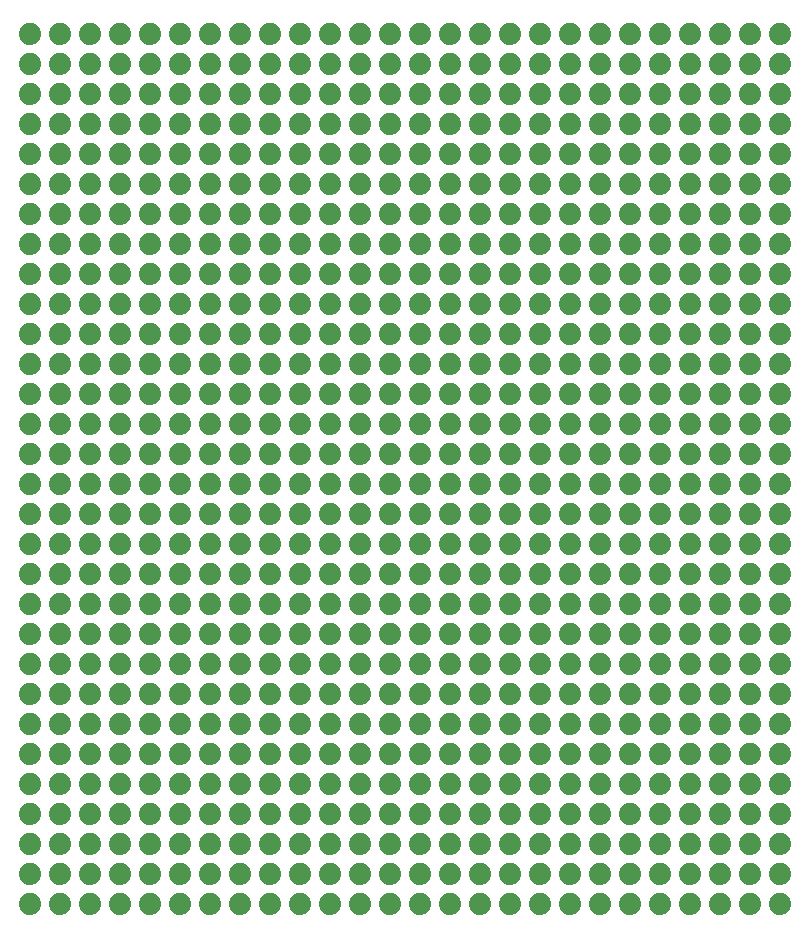
<source format=gbl>
G75*
%MOIN*%
%OFA0B0*%
%FSLAX25Y25*%
%IPPOS*%
%LPD*%
%AMOC8*
5,1,8,0,0,1.08239X$1,22.5*
%
%ADD10C,0.07400*%
D10*
X0018750Y0053650D03*
X0018750Y0063650D03*
X0018750Y0073650D03*
X0018750Y0083650D03*
X0018750Y0093650D03*
X0018750Y0103650D03*
X0018750Y0113650D03*
X0018750Y0123650D03*
X0018750Y0133650D03*
X0018750Y0143650D03*
X0018750Y0153650D03*
X0018750Y0163650D03*
X0018750Y0173650D03*
X0018750Y0183650D03*
X0018750Y0193650D03*
X0018750Y0203650D03*
X0018750Y0213650D03*
X0018750Y0223650D03*
X0018750Y0233650D03*
X0018750Y0243650D03*
X0018750Y0253650D03*
X0018750Y0263650D03*
X0018750Y0273650D03*
X0018750Y0283650D03*
X0018750Y0293650D03*
X0018750Y0303650D03*
X0018750Y0313650D03*
X0018750Y0323650D03*
X0018750Y0333650D03*
X0018750Y0343650D03*
X0028750Y0343650D03*
X0038750Y0343650D03*
X0048750Y0343650D03*
X0048750Y0333650D03*
X0048750Y0323650D03*
X0048750Y0313650D03*
X0048750Y0303650D03*
X0048750Y0293650D03*
X0048750Y0283650D03*
X0048750Y0273650D03*
X0048750Y0263650D03*
X0048750Y0253650D03*
X0048750Y0243650D03*
X0048750Y0233650D03*
X0048750Y0223650D03*
X0048750Y0213650D03*
X0048750Y0203650D03*
X0048750Y0193650D03*
X0048750Y0183650D03*
X0048750Y0173650D03*
X0048750Y0163650D03*
X0048750Y0153650D03*
X0048750Y0143650D03*
X0048750Y0133650D03*
X0048750Y0123650D03*
X0048750Y0113650D03*
X0048750Y0103650D03*
X0048750Y0093650D03*
X0048750Y0083650D03*
X0048750Y0073650D03*
X0048750Y0063650D03*
X0048750Y0053650D03*
X0038750Y0053650D03*
X0038750Y0063650D03*
X0038750Y0073650D03*
X0038750Y0083650D03*
X0038750Y0093650D03*
X0038750Y0103650D03*
X0038750Y0113650D03*
X0038750Y0123650D03*
X0038750Y0133650D03*
X0038750Y0143650D03*
X0038750Y0153650D03*
X0038750Y0163650D03*
X0038750Y0173650D03*
X0038750Y0183650D03*
X0038750Y0193650D03*
X0038750Y0203650D03*
X0038750Y0213650D03*
X0038750Y0223650D03*
X0038750Y0233650D03*
X0038750Y0243650D03*
X0038750Y0253650D03*
X0038750Y0263650D03*
X0038750Y0273650D03*
X0038750Y0283650D03*
X0038750Y0293650D03*
X0038750Y0303650D03*
X0038750Y0313650D03*
X0038750Y0323650D03*
X0038750Y0333650D03*
X0028750Y0333650D03*
X0028750Y0323650D03*
X0028750Y0313650D03*
X0028750Y0303650D03*
X0028750Y0293650D03*
X0028750Y0283650D03*
X0028750Y0273650D03*
X0028750Y0263650D03*
X0028750Y0253650D03*
X0028750Y0243650D03*
X0028750Y0233650D03*
X0028750Y0223650D03*
X0028750Y0213650D03*
X0028750Y0203650D03*
X0028750Y0193650D03*
X0028750Y0183650D03*
X0028750Y0173650D03*
X0028750Y0163650D03*
X0028750Y0153650D03*
X0028750Y0143650D03*
X0028750Y0133650D03*
X0028750Y0123650D03*
X0028750Y0113650D03*
X0028750Y0103650D03*
X0028750Y0093650D03*
X0028750Y0083650D03*
X0028750Y0073650D03*
X0028750Y0063650D03*
X0028750Y0053650D03*
X0058750Y0053650D03*
X0068750Y0053650D03*
X0068750Y0063650D03*
X0068750Y0073650D03*
X0068750Y0083650D03*
X0068750Y0093650D03*
X0068750Y0103650D03*
X0068750Y0113650D03*
X0068750Y0123650D03*
X0068750Y0133650D03*
X0068750Y0143650D03*
X0068750Y0153650D03*
X0068750Y0163650D03*
X0068750Y0173650D03*
X0068750Y0183650D03*
X0068750Y0193650D03*
X0068750Y0203650D03*
X0068750Y0213650D03*
X0068750Y0223650D03*
X0068750Y0233650D03*
X0068750Y0243650D03*
X0068750Y0253650D03*
X0068750Y0263650D03*
X0068750Y0273650D03*
X0068750Y0283650D03*
X0068750Y0293650D03*
X0068750Y0303650D03*
X0068750Y0313650D03*
X0068750Y0323650D03*
X0068750Y0333650D03*
X0068750Y0343650D03*
X0058750Y0343650D03*
X0058750Y0333650D03*
X0058750Y0323650D03*
X0058750Y0313650D03*
X0058750Y0303650D03*
X0058750Y0293650D03*
X0058750Y0283650D03*
X0058750Y0273650D03*
X0058750Y0263650D03*
X0058750Y0253650D03*
X0058750Y0243650D03*
X0058750Y0233650D03*
X0058750Y0223650D03*
X0058750Y0213650D03*
X0058750Y0203650D03*
X0058750Y0193650D03*
X0058750Y0183650D03*
X0058750Y0173650D03*
X0058750Y0163650D03*
X0058750Y0153650D03*
X0058750Y0143650D03*
X0058750Y0133650D03*
X0058750Y0123650D03*
X0058750Y0113650D03*
X0058750Y0103650D03*
X0058750Y0093650D03*
X0058750Y0083650D03*
X0058750Y0073650D03*
X0058750Y0063650D03*
X0078750Y0063650D03*
X0078750Y0073650D03*
X0088750Y0073650D03*
X0088750Y0063650D03*
X0088750Y0053650D03*
X0078750Y0053650D03*
X0098750Y0053650D03*
X0108750Y0053650D03*
X0108750Y0063650D03*
X0108750Y0073650D03*
X0108750Y0083650D03*
X0108750Y0093650D03*
X0108750Y0103650D03*
X0108750Y0113650D03*
X0108750Y0123650D03*
X0108750Y0133650D03*
X0108750Y0143650D03*
X0108750Y0153650D03*
X0108750Y0163650D03*
X0108750Y0173650D03*
X0108750Y0183650D03*
X0108750Y0193650D03*
X0108750Y0203650D03*
X0108750Y0213650D03*
X0108750Y0223650D03*
X0108750Y0233650D03*
X0108750Y0243650D03*
X0108750Y0253650D03*
X0108750Y0263650D03*
X0108750Y0273650D03*
X0108750Y0283650D03*
X0108750Y0293650D03*
X0108750Y0303650D03*
X0108750Y0313650D03*
X0108750Y0323650D03*
X0108750Y0333650D03*
X0108750Y0343650D03*
X0098750Y0343650D03*
X0098750Y0333650D03*
X0098750Y0323650D03*
X0098750Y0313650D03*
X0098750Y0303650D03*
X0098750Y0293650D03*
X0098750Y0283650D03*
X0098750Y0273650D03*
X0098750Y0263650D03*
X0098750Y0253650D03*
X0098750Y0243650D03*
X0098750Y0233650D03*
X0098750Y0223650D03*
X0098750Y0213650D03*
X0098750Y0203650D03*
X0098750Y0193650D03*
X0098750Y0183650D03*
X0098750Y0173650D03*
X0098750Y0163650D03*
X0098750Y0153650D03*
X0098750Y0143650D03*
X0098750Y0133650D03*
X0098750Y0123650D03*
X0098750Y0113650D03*
X0098750Y0103650D03*
X0098750Y0093650D03*
X0098750Y0083650D03*
X0098750Y0073650D03*
X0098750Y0063650D03*
X0088750Y0083650D03*
X0088750Y0093650D03*
X0088750Y0103650D03*
X0088750Y0113650D03*
X0088750Y0123650D03*
X0088750Y0133650D03*
X0088750Y0143650D03*
X0088750Y0153650D03*
X0088750Y0163650D03*
X0088750Y0173650D03*
X0088750Y0183650D03*
X0088750Y0193650D03*
X0088750Y0203650D03*
X0088750Y0213650D03*
X0088750Y0223650D03*
X0088750Y0233650D03*
X0088750Y0243650D03*
X0088750Y0253650D03*
X0088750Y0263650D03*
X0088750Y0273650D03*
X0088750Y0283650D03*
X0088750Y0293650D03*
X0088750Y0303650D03*
X0088750Y0313650D03*
X0088750Y0323650D03*
X0088750Y0333650D03*
X0088750Y0343650D03*
X0078750Y0343650D03*
X0078750Y0333650D03*
X0078750Y0323650D03*
X0078750Y0313650D03*
X0078750Y0303650D03*
X0078750Y0293650D03*
X0078750Y0283650D03*
X0078750Y0273650D03*
X0078750Y0263650D03*
X0078750Y0253650D03*
X0078750Y0243650D03*
X0078750Y0233650D03*
X0078750Y0223650D03*
X0078750Y0213650D03*
X0078750Y0203650D03*
X0078750Y0193650D03*
X0078750Y0183650D03*
X0078750Y0173650D03*
X0078750Y0163650D03*
X0078750Y0153650D03*
X0078750Y0143650D03*
X0078750Y0133650D03*
X0078750Y0123650D03*
X0078750Y0113650D03*
X0078750Y0103650D03*
X0078750Y0093650D03*
X0078750Y0083650D03*
X0118750Y0083650D03*
X0118750Y0093650D03*
X0128750Y0093650D03*
X0128750Y0083650D03*
X0128750Y0073650D03*
X0128750Y0063650D03*
X0128750Y0053650D03*
X0118750Y0053650D03*
X0118750Y0063650D03*
X0118750Y0073650D03*
X0138750Y0073650D03*
X0138750Y0063650D03*
X0148750Y0063650D03*
X0148750Y0073650D03*
X0148750Y0083650D03*
X0148750Y0093650D03*
X0148750Y0103650D03*
X0148750Y0113650D03*
X0148750Y0123650D03*
X0148750Y0133650D03*
X0148750Y0143650D03*
X0148750Y0153650D03*
X0148750Y0163650D03*
X0148750Y0173650D03*
X0148750Y0183650D03*
X0148750Y0193650D03*
X0148750Y0203650D03*
X0148750Y0213650D03*
X0148750Y0223650D03*
X0148750Y0233650D03*
X0148750Y0243650D03*
X0148750Y0253650D03*
X0148750Y0263650D03*
X0148750Y0273650D03*
X0148750Y0283650D03*
X0148750Y0293650D03*
X0148750Y0303650D03*
X0148750Y0313650D03*
X0148750Y0323650D03*
X0148750Y0333650D03*
X0148750Y0343650D03*
X0138750Y0343650D03*
X0138750Y0333650D03*
X0138750Y0323650D03*
X0138750Y0313650D03*
X0138750Y0303650D03*
X0138750Y0293650D03*
X0138750Y0283650D03*
X0138750Y0273650D03*
X0138750Y0263650D03*
X0138750Y0253650D03*
X0138750Y0243650D03*
X0138750Y0233650D03*
X0138750Y0223650D03*
X0138750Y0213650D03*
X0138750Y0203650D03*
X0138750Y0193650D03*
X0138750Y0183650D03*
X0138750Y0173650D03*
X0138750Y0163650D03*
X0138750Y0153650D03*
X0138750Y0143650D03*
X0138750Y0133650D03*
X0138750Y0123650D03*
X0138750Y0113650D03*
X0138750Y0103650D03*
X0138750Y0093650D03*
X0138750Y0083650D03*
X0128750Y0103650D03*
X0128750Y0113650D03*
X0128750Y0123650D03*
X0128750Y0133650D03*
X0128750Y0143650D03*
X0128750Y0153650D03*
X0128750Y0163650D03*
X0128750Y0173650D03*
X0128750Y0183650D03*
X0128750Y0193650D03*
X0128750Y0203650D03*
X0128750Y0213650D03*
X0128750Y0223650D03*
X0128750Y0233650D03*
X0128750Y0243650D03*
X0128750Y0253650D03*
X0128750Y0263650D03*
X0128750Y0273650D03*
X0128750Y0283650D03*
X0128750Y0293650D03*
X0128750Y0303650D03*
X0128750Y0313650D03*
X0128750Y0323650D03*
X0128750Y0333650D03*
X0128750Y0343650D03*
X0118750Y0343650D03*
X0118750Y0333650D03*
X0118750Y0323650D03*
X0118750Y0313650D03*
X0118750Y0303650D03*
X0118750Y0293650D03*
X0118750Y0283650D03*
X0118750Y0273650D03*
X0118750Y0263650D03*
X0118750Y0253650D03*
X0118750Y0243650D03*
X0118750Y0233650D03*
X0118750Y0223650D03*
X0118750Y0213650D03*
X0118750Y0203650D03*
X0118750Y0193650D03*
X0118750Y0183650D03*
X0118750Y0173650D03*
X0118750Y0163650D03*
X0118750Y0153650D03*
X0118750Y0143650D03*
X0118750Y0133650D03*
X0118750Y0123650D03*
X0118750Y0113650D03*
X0118750Y0103650D03*
X0138750Y0053650D03*
X0148750Y0053650D03*
X0158750Y0053650D03*
X0168750Y0053650D03*
X0168750Y0063650D03*
X0168750Y0073650D03*
X0168750Y0083650D03*
X0168750Y0093650D03*
X0168750Y0103650D03*
X0168750Y0113650D03*
X0168750Y0123650D03*
X0168750Y0133650D03*
X0168750Y0143650D03*
X0168750Y0153650D03*
X0168750Y0163650D03*
X0168750Y0173650D03*
X0168750Y0183650D03*
X0168750Y0193650D03*
X0168750Y0203650D03*
X0168750Y0213650D03*
X0168750Y0223650D03*
X0168750Y0233650D03*
X0168750Y0243650D03*
X0168750Y0253650D03*
X0168750Y0263650D03*
X0168750Y0273650D03*
X0168750Y0283650D03*
X0168750Y0293650D03*
X0168750Y0303650D03*
X0168750Y0313650D03*
X0168750Y0323650D03*
X0168750Y0333650D03*
X0168750Y0343650D03*
X0158750Y0343650D03*
X0158750Y0333650D03*
X0158750Y0323650D03*
X0158750Y0313650D03*
X0158750Y0303650D03*
X0158750Y0293650D03*
X0158750Y0283650D03*
X0158750Y0273650D03*
X0158750Y0263650D03*
X0158750Y0253650D03*
X0158750Y0243650D03*
X0158750Y0233650D03*
X0158750Y0223650D03*
X0158750Y0213650D03*
X0158750Y0203650D03*
X0158750Y0193650D03*
X0158750Y0183650D03*
X0158750Y0173650D03*
X0158750Y0163650D03*
X0158750Y0153650D03*
X0158750Y0143650D03*
X0158750Y0133650D03*
X0158750Y0123650D03*
X0158750Y0113650D03*
X0158750Y0103650D03*
X0158750Y0093650D03*
X0158750Y0083650D03*
X0158750Y0073650D03*
X0158750Y0063650D03*
X0178750Y0063650D03*
X0178750Y0073650D03*
X0188750Y0073650D03*
X0188750Y0063650D03*
X0188750Y0053650D03*
X0178750Y0053650D03*
X0198750Y0053650D03*
X0208750Y0053650D03*
X0208750Y0063650D03*
X0208750Y0073650D03*
X0208750Y0083650D03*
X0208750Y0093650D03*
X0208750Y0103650D03*
X0208750Y0113650D03*
X0208750Y0123650D03*
X0208750Y0133650D03*
X0208750Y0143650D03*
X0208750Y0153650D03*
X0208750Y0163650D03*
X0208750Y0173650D03*
X0208750Y0183650D03*
X0208750Y0193650D03*
X0208750Y0203650D03*
X0208750Y0213650D03*
X0208750Y0223650D03*
X0208750Y0233650D03*
X0208750Y0243650D03*
X0208750Y0253650D03*
X0208750Y0263650D03*
X0208750Y0273650D03*
X0208750Y0283650D03*
X0208750Y0293650D03*
X0208750Y0303650D03*
X0208750Y0313650D03*
X0208750Y0323650D03*
X0208750Y0333650D03*
X0208750Y0343650D03*
X0198750Y0343650D03*
X0198750Y0333650D03*
X0198750Y0323650D03*
X0198750Y0313650D03*
X0198750Y0303650D03*
X0198750Y0293650D03*
X0198750Y0283650D03*
X0198750Y0273650D03*
X0198750Y0263650D03*
X0198750Y0253650D03*
X0198750Y0243650D03*
X0198750Y0233650D03*
X0198750Y0223650D03*
X0198750Y0213650D03*
X0198750Y0203650D03*
X0198750Y0193650D03*
X0198750Y0183650D03*
X0198750Y0173650D03*
X0198750Y0163650D03*
X0198750Y0153650D03*
X0198750Y0143650D03*
X0198750Y0133650D03*
X0198750Y0123650D03*
X0198750Y0113650D03*
X0198750Y0103650D03*
X0198750Y0093650D03*
X0198750Y0083650D03*
X0198750Y0073650D03*
X0198750Y0063650D03*
X0188750Y0083650D03*
X0188750Y0093650D03*
X0188750Y0103650D03*
X0188750Y0113650D03*
X0188750Y0123650D03*
X0188750Y0133650D03*
X0188750Y0143650D03*
X0188750Y0153650D03*
X0188750Y0163650D03*
X0188750Y0173650D03*
X0188750Y0183650D03*
X0188750Y0193650D03*
X0188750Y0203650D03*
X0188750Y0213650D03*
X0188750Y0223650D03*
X0188750Y0233650D03*
X0188750Y0243650D03*
X0188750Y0253650D03*
X0188750Y0263650D03*
X0188750Y0273650D03*
X0188750Y0283650D03*
X0188750Y0293650D03*
X0188750Y0303650D03*
X0188750Y0313650D03*
X0188750Y0323650D03*
X0188750Y0333650D03*
X0188750Y0343650D03*
X0178750Y0343650D03*
X0178750Y0333650D03*
X0178750Y0323650D03*
X0178750Y0313650D03*
X0178750Y0303650D03*
X0178750Y0293650D03*
X0178750Y0283650D03*
X0178750Y0273650D03*
X0178750Y0263650D03*
X0178750Y0253650D03*
X0178750Y0243650D03*
X0178750Y0233650D03*
X0178750Y0223650D03*
X0178750Y0213650D03*
X0178750Y0203650D03*
X0178750Y0193650D03*
X0178750Y0183650D03*
X0178750Y0173650D03*
X0178750Y0163650D03*
X0178750Y0153650D03*
X0178750Y0143650D03*
X0178750Y0133650D03*
X0178750Y0123650D03*
X0178750Y0113650D03*
X0178750Y0103650D03*
X0178750Y0093650D03*
X0178750Y0083650D03*
X0218750Y0083650D03*
X0218750Y0093650D03*
X0228750Y0093650D03*
X0228750Y0083650D03*
X0228750Y0073650D03*
X0228750Y0063650D03*
X0228750Y0053650D03*
X0218750Y0053650D03*
X0218750Y0063650D03*
X0218750Y0073650D03*
X0238750Y0073650D03*
X0238750Y0063650D03*
X0248750Y0063650D03*
X0248750Y0073650D03*
X0248750Y0083650D03*
X0248750Y0093650D03*
X0248750Y0103650D03*
X0248750Y0113650D03*
X0248750Y0123650D03*
X0248750Y0133650D03*
X0248750Y0143650D03*
X0248750Y0153650D03*
X0248750Y0163650D03*
X0248750Y0173650D03*
X0248750Y0183650D03*
X0248750Y0193650D03*
X0248750Y0203650D03*
X0248750Y0213650D03*
X0248750Y0223650D03*
X0248750Y0233650D03*
X0248750Y0243650D03*
X0248750Y0253650D03*
X0248750Y0263650D03*
X0248750Y0273650D03*
X0248750Y0283650D03*
X0248750Y0293650D03*
X0248750Y0303650D03*
X0248750Y0313650D03*
X0248750Y0323650D03*
X0248750Y0333650D03*
X0248750Y0343650D03*
X0238750Y0343650D03*
X0238750Y0333650D03*
X0238750Y0323650D03*
X0238750Y0313650D03*
X0238750Y0303650D03*
X0238750Y0293650D03*
X0238750Y0283650D03*
X0238750Y0273650D03*
X0238750Y0263650D03*
X0238750Y0253650D03*
X0238750Y0243650D03*
X0238750Y0233650D03*
X0238750Y0223650D03*
X0238750Y0213650D03*
X0238750Y0203650D03*
X0238750Y0193650D03*
X0238750Y0183650D03*
X0238750Y0173650D03*
X0238750Y0163650D03*
X0238750Y0153650D03*
X0238750Y0143650D03*
X0238750Y0133650D03*
X0238750Y0123650D03*
X0238750Y0113650D03*
X0238750Y0103650D03*
X0238750Y0093650D03*
X0238750Y0083650D03*
X0228750Y0103650D03*
X0228750Y0113650D03*
X0228750Y0123650D03*
X0228750Y0133650D03*
X0228750Y0143650D03*
X0228750Y0153650D03*
X0228750Y0163650D03*
X0228750Y0173650D03*
X0228750Y0183650D03*
X0228750Y0193650D03*
X0228750Y0203650D03*
X0228750Y0213650D03*
X0228750Y0223650D03*
X0228750Y0233650D03*
X0228750Y0243650D03*
X0228750Y0253650D03*
X0228750Y0263650D03*
X0228750Y0273650D03*
X0228750Y0283650D03*
X0228750Y0293650D03*
X0228750Y0303650D03*
X0228750Y0313650D03*
X0228750Y0323650D03*
X0228750Y0333650D03*
X0228750Y0343650D03*
X0218750Y0343650D03*
X0218750Y0333650D03*
X0218750Y0323650D03*
X0218750Y0313650D03*
X0218750Y0303650D03*
X0218750Y0293650D03*
X0218750Y0283650D03*
X0218750Y0273650D03*
X0218750Y0263650D03*
X0218750Y0253650D03*
X0218750Y0243650D03*
X0218750Y0233650D03*
X0218750Y0223650D03*
X0218750Y0213650D03*
X0218750Y0203650D03*
X0218750Y0193650D03*
X0218750Y0183650D03*
X0218750Y0173650D03*
X0218750Y0163650D03*
X0218750Y0153650D03*
X0218750Y0143650D03*
X0218750Y0133650D03*
X0218750Y0123650D03*
X0218750Y0113650D03*
X0218750Y0103650D03*
X0238750Y0053650D03*
X0248750Y0053650D03*
X0258750Y0053650D03*
X0268750Y0053650D03*
X0268750Y0063650D03*
X0268750Y0073650D03*
X0268750Y0083650D03*
X0268750Y0093650D03*
X0268750Y0103650D03*
X0268750Y0113650D03*
X0268750Y0123650D03*
X0268750Y0133650D03*
X0268750Y0143650D03*
X0268750Y0153650D03*
X0268750Y0163650D03*
X0268750Y0173650D03*
X0268750Y0183650D03*
X0268750Y0193650D03*
X0268750Y0203650D03*
X0268750Y0213650D03*
X0268750Y0223650D03*
X0268750Y0233650D03*
X0268750Y0243650D03*
X0268750Y0253650D03*
X0268750Y0263650D03*
X0268750Y0273650D03*
X0268750Y0283650D03*
X0268750Y0293650D03*
X0268750Y0303650D03*
X0268750Y0313650D03*
X0268750Y0323650D03*
X0268750Y0333650D03*
X0268750Y0343650D03*
X0258750Y0343650D03*
X0258750Y0333650D03*
X0258750Y0323650D03*
X0258750Y0313650D03*
X0258750Y0303650D03*
X0258750Y0293650D03*
X0258750Y0283650D03*
X0258750Y0273650D03*
X0258750Y0263650D03*
X0258750Y0253650D03*
X0258750Y0243650D03*
X0258750Y0233650D03*
X0258750Y0223650D03*
X0258750Y0213650D03*
X0258750Y0203650D03*
X0258750Y0193650D03*
X0258750Y0183650D03*
X0258750Y0173650D03*
X0258750Y0163650D03*
X0258750Y0153650D03*
X0258750Y0143650D03*
X0258750Y0133650D03*
X0258750Y0123650D03*
X0258750Y0113650D03*
X0258750Y0103650D03*
X0258750Y0093650D03*
X0258750Y0083650D03*
X0258750Y0073650D03*
X0258750Y0063650D03*
M02*

</source>
